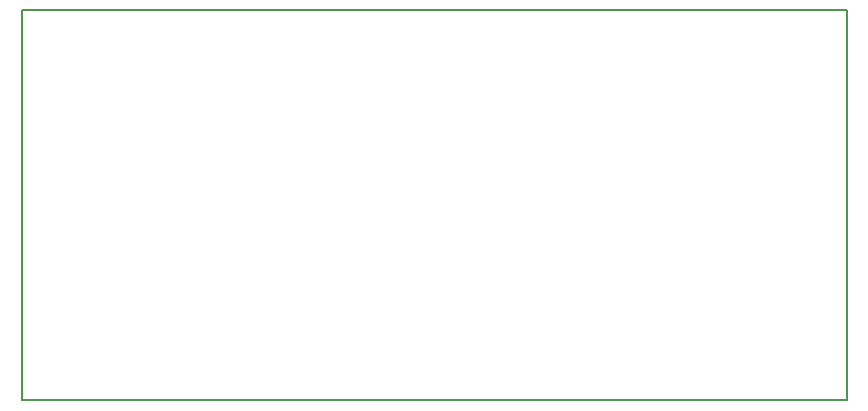
<source format=gm1>
G04 #@! TF.GenerationSoftware,KiCad,Pcbnew,8.0.6*
G04 #@! TF.CreationDate,2024-10-31T15:11:46-07:00*
G04 #@! TF.ProjectId,RocketServo,526f636b-6574-4536-9572-766f2e6b6963,n/c*
G04 #@! TF.SameCoordinates,Original*
G04 #@! TF.FileFunction,Profile,NP*
%FSLAX46Y46*%
G04 Gerber Fmt 4.6, Leading zero omitted, Abs format (unit mm)*
G04 Created by KiCad (PCBNEW 8.0.6) date 2024-10-31 15:11:46*
%MOMM*%
%LPD*%
G01*
G04 APERTURE LIST*
G04 #@! TA.AperFunction,Profile*
%ADD10C,0.150000*%
G04 #@! TD*
G04 APERTURE END LIST*
D10*
X76835000Y-92075000D02*
X146685000Y-92075000D01*
X146685000Y-125095000D01*
X76835000Y-125095000D01*
X76835000Y-92075000D01*
M02*

</source>
